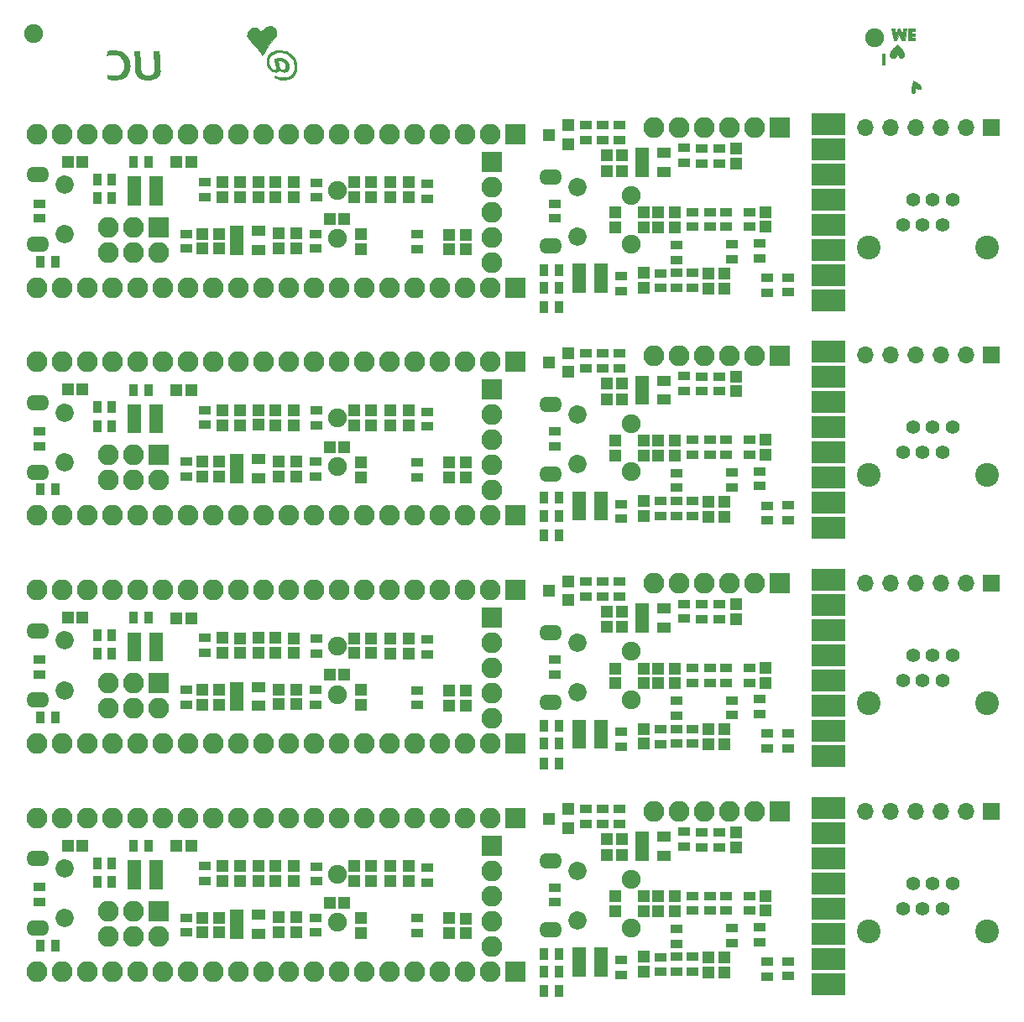
<source format=gbs>
%MOIN*%
%OFA0B0*%
%FSLAX46Y46*%
%IPPOS*%
%LPD*%
%ADD10C,0.0039370078740157488*%
%ADD11C,0.074803149606299218*%
%ADD12R,0.082677165354330714X0.082677165354330714*%
%ADD13O,0.082677165354330714X0.082677165354330714*%
%ADD14R,0.035433070866141732X0.051181102362204731*%
%ADD15R,0.047244094488188976X0.0452755905511811*%
%ADD16R,0.0452755905511811X0.047244094488188976*%
%ADD17R,0.051181102362204731X0.035433070866141732*%
%ADD18R,0.05748031496062992X0.041338582677165357*%
%ADD19C,0.072834645669291348*%
%ADD20O,0.0905511811023622X0.062992125984251982*%
%ADD31C,0.0039370078740157488*%
%ADD32C,0.074803149606299218*%
%ADD33R,0.082677165354330714X0.082677165354330714*%
%ADD34O,0.082677165354330714X0.082677165354330714*%
%ADD35R,0.035433070866141732X0.051181102362204731*%
%ADD36R,0.047244094488188976X0.0452755905511811*%
%ADD37R,0.0452755905511811X0.047244094488188976*%
%ADD38R,0.051181102362204731X0.035433070866141732*%
%ADD39R,0.05748031496062992X0.041338582677165357*%
%ADD40C,0.072834645669291348*%
%ADD41O,0.0905511811023622X0.062992125984251982*%
%ADD42C,0.0039370078740157488*%
%ADD43C,0.074803149606299218*%
%ADD44R,0.082677165354330714X0.082677165354330714*%
%ADD45O,0.082677165354330714X0.082677165354330714*%
%ADD46R,0.035433070866141732X0.051181102362204731*%
%ADD47R,0.047244094488188976X0.0452755905511811*%
%ADD48R,0.0452755905511811X0.047244094488188976*%
%ADD49R,0.051181102362204731X0.035433070866141732*%
%ADD50R,0.05748031496062992X0.041338582677165357*%
%ADD51C,0.072834645669291348*%
%ADD52O,0.0905511811023622X0.062992125984251982*%
%ADD53C,0.0039370078740157488*%
%ADD54C,0.074803149606299218*%
%ADD55R,0.082677165354330714X0.082677165354330714*%
%ADD56O,0.082677165354330714X0.082677165354330714*%
%ADD57R,0.035433070866141732X0.051181102362204731*%
%ADD58R,0.047244094488188976X0.0452755905511811*%
%ADD59R,0.0452755905511811X0.047244094488188976*%
%ADD60R,0.051181102362204731X0.035433070866141732*%
%ADD61R,0.05748031496062992X0.041338582677165357*%
%ADD62C,0.072834645669291348*%
%ADD63O,0.0905511811023622X0.062992125984251982*%
%ADD64C,0.0039370078740157488*%
%ADD65C,0.072834645669291348*%
%ADD66O,0.0905511811023622X0.062992125984251982*%
%ADD67C,0.074803149606299218*%
%ADD68R,0.051181102362204731X0.035433070866141732*%
%ADD69R,0.082677165354330714X0.082677165354330714*%
%ADD70O,0.082677165354330714X0.082677165354330714*%
%ADD71R,0.0452755905511811X0.047244094488188976*%
%ADD72R,0.05748031496062992X0.041338582677165357*%
%ADD73R,0.035433070866141732X0.051181102362204731*%
%ADD74R,0.051181102362204731X0.047244094488188976*%
%ADD75R,0.047244094488188976X0.0452755905511811*%
%ADD76C,0.0039370078740157488*%
%ADD77C,0.072834645669291348*%
%ADD78O,0.0905511811023622X0.062992125984251982*%
%ADD79C,0.074803149606299218*%
%ADD80R,0.051181102362204731X0.035433070866141732*%
%ADD81R,0.082677165354330714X0.082677165354330714*%
%ADD82O,0.082677165354330714X0.082677165354330714*%
%ADD83R,0.0452755905511811X0.047244094488188976*%
%ADD84R,0.05748031496062992X0.041338582677165357*%
%ADD85R,0.035433070866141732X0.051181102362204731*%
%ADD86R,0.051181102362204731X0.047244094488188976*%
%ADD87R,0.047244094488188976X0.0452755905511811*%
%ADD88C,0.0039370078740157488*%
%ADD89C,0.072834645669291348*%
%ADD90O,0.0905511811023622X0.062992125984251982*%
%ADD91C,0.074803149606299218*%
%ADD92R,0.051181102362204731X0.035433070866141732*%
%ADD93R,0.082677165354330714X0.082677165354330714*%
%ADD94O,0.082677165354330714X0.082677165354330714*%
%ADD95R,0.0452755905511811X0.047244094488188976*%
%ADD96R,0.05748031496062992X0.041338582677165357*%
%ADD97R,0.035433070866141732X0.051181102362204731*%
%ADD98R,0.051181102362204731X0.047244094488188976*%
%ADD99R,0.047244094488188976X0.0452755905511811*%
%ADD100C,0.0039370078740157488*%
%ADD101C,0.072834645669291348*%
%ADD102O,0.0905511811023622X0.062992125984251982*%
%ADD103C,0.074803149606299218*%
%ADD104R,0.051181102362204731X0.035433070866141732*%
%ADD105R,0.082677165354330714X0.082677165354330714*%
%ADD106O,0.082677165354330714X0.082677165354330714*%
%ADD107R,0.0452755905511811X0.047244094488188976*%
%ADD108R,0.05748031496062992X0.041338582677165357*%
%ADD109R,0.035433070866141732X0.051181102362204731*%
%ADD110R,0.051181102362204731X0.047244094488188976*%
%ADD111R,0.047244094488188976X0.0452755905511811*%
%ADD112C,0.0039370078740157488*%
%ADD113C,0.00011110236220472441*%
%ADD114C,0.074803149606299218*%
%ADD115C,0.0039370078740157488*%
%ADD116C,0.094488188976377951*%
%ADD117C,0.055118110236220472*%
%ADD118R,0.066929133858267723X0.066929133858267723*%
%ADD119O,0.066929133858267723X0.066929133858267723*%
%ADD120C,0.0039370078740157488*%
%ADD121C,0.094488188976377951*%
%ADD122C,0.055118110236220472*%
%ADD123R,0.066929133858267723X0.066929133858267723*%
%ADD124O,0.066929133858267723X0.066929133858267723*%
%ADD125C,0.0039370078740157488*%
%ADD126C,0.094488188976377951*%
%ADD127C,0.055118110236220472*%
%ADD128R,0.066929133858267723X0.066929133858267723*%
%ADD129O,0.066929133858267723X0.066929133858267723*%
%ADD130C,0.0039370078740157488*%
%ADD131C,0.094488188976377951*%
%ADD132C,0.055118110236220472*%
%ADD133R,0.066929133858267723X0.066929133858267723*%
%ADD134O,0.066929133858267723X0.066929133858267723*%
%ADD135C,0.0039370078740157488*%
%ADD136C,0.0029398031496062995*%
%ADD137C,0.00011110236220472441*%
%ADD138C,0.074803149606299218*%
G01G01*
D10*
D11*
X0000000000Y0000905511D02*
X0001268582Y0000345590D03*
X0001268582Y0000537716D03*
D12*
X0001880787Y0000650313D03*
D13*
X0001880787Y0000550314D03*
X0001880787Y0000450314D03*
X0001880787Y0000350314D03*
X0001880787Y0000250313D03*
D14*
X0000088582Y0000253936D03*
X0000147637Y0000253936D03*
D15*
X0001236299Y0000422755D03*
X0001295354Y0000422755D03*
D16*
X0001359921Y0000362519D03*
X0001359921Y0000303464D03*
X0001775669Y0000301496D03*
X0001775669Y0000360550D03*
D15*
X0000255195Y0000650708D03*
X0000196140Y0000650708D03*
X0000628425Y0000648346D03*
X0000687480Y0000648346D03*
D17*
X0000665826Y0000364094D03*
X0000665826Y0000305039D03*
D16*
X0000731968Y0000305433D03*
X0000731968Y0000364487D03*
X0000796535Y0000364094D03*
X0000796535Y0000305039D03*
D18*
X0000866220Y0000299921D03*
X0000866220Y0000337322D03*
X0000866220Y0000374724D03*
X0000952834Y0000374724D03*
X0000952834Y0000299921D03*
D16*
X0001034724Y0000365275D03*
X0001034724Y0000306220D03*
X0001103228Y0000364881D03*
X0001103228Y0000305826D03*
D17*
X0001181574Y0000364094D03*
X0001181574Y0000305039D03*
X0001582362Y0000361732D03*
X0001582362Y0000302677D03*
D16*
X0001710708Y0000302283D03*
X0001710708Y0000361338D03*
D17*
X0001623622Y0000562992D03*
X0001623622Y0000503936D03*
D16*
X0001476456Y0000508976D03*
X0001476456Y0000568031D03*
X0001401653Y0000568818D03*
X0001401653Y0000509762D03*
X0001333543Y0000568818D03*
X0001333543Y0000509762D03*
D17*
X0001184330Y0000508188D03*
X0001184330Y0000567244D03*
D16*
X0001093385Y0000509762D03*
X0001093385Y0000568818D03*
X0000810708Y0000510157D03*
X0000810708Y0000569212D03*
X0001019370Y0000510157D03*
X0001019370Y0000569212D03*
X0000878818Y0000509370D03*
X0000878818Y0000568425D03*
X0000952834Y0000510551D03*
X0000952834Y0000569606D03*
D17*
X0000739055Y0000570000D03*
X0000739055Y0000510943D03*
D14*
X0000516534Y0000649212D03*
X0000457480Y0000649212D03*
D18*
X0000546535Y0000572362D03*
X0000546535Y0000534960D03*
X0000546535Y0000497558D03*
X0000459921Y0000497558D03*
X0000459921Y0000572362D03*
X0000459921Y0000534960D03*
D14*
X0000372125Y0000505826D03*
X0000313070Y0000505826D03*
X0000372125Y0000581023D03*
X0000313070Y0000581023D03*
D17*
X0000085118Y0000484566D03*
X0000085118Y0000425511D03*
D12*
X0001974487Y0000150314D03*
D13*
X0001874488Y0000150314D03*
X0001774488Y0000150314D03*
X0001674488Y0000150314D03*
X0001574488Y0000150314D03*
X0001474488Y0000150314D03*
X0001374488Y0000150314D03*
X0001274488Y0000150314D03*
X0001174488Y0000150314D03*
X0001074488Y0000150314D03*
X0000974488Y0000150314D03*
X0000874488Y0000150314D03*
X0000774488Y0000150314D03*
X0000674488Y0000150314D03*
X0000574488Y0000150314D03*
X0000474488Y0000150314D03*
X0000374488Y0000150314D03*
X0000274488Y0000150314D03*
X0000174488Y0000150314D03*
X0000074488Y0000150314D03*
D12*
X0001974487Y0000760551D03*
D13*
X0001874488Y0000760551D03*
X0001774488Y0000760551D03*
X0001674488Y0000760551D03*
X0001574488Y0000760551D03*
X0001474488Y0000760551D03*
X0001374488Y0000760551D03*
X0001274488Y0000760551D03*
X0001174488Y0000760551D03*
X0001074488Y0000760551D03*
X0000974488Y0000760551D03*
X0000874488Y0000760551D03*
X0000774488Y0000760551D03*
X0000674488Y0000760551D03*
X0000574488Y0000760551D03*
X0000474488Y0000760551D03*
X0000374488Y0000760551D03*
X0000274488Y0000760551D03*
X0000174488Y0000760551D03*
X0000074488Y0000760551D03*
D12*
X0000555511Y0000390551D03*
D13*
X0000555511Y0000290551D03*
X0000455511Y0000390551D03*
X0000455511Y0000290551D03*
X0000355511Y0000390551D03*
X0000355511Y0000290551D03*
D16*
X0001549685Y0000508976D03*
X0001549685Y0000568031D03*
D19*
X0000183070Y0000559055D03*
X0000183070Y0000362204D03*
D20*
X0000076771Y0000598425D03*
X0000076771Y0000322834D03*
G04 next file*
G04 Gerber Fmt 4.6, Leading zero omitted, Abs format (unit mm)*
G04 Created by KiCad (PCBNEW 4.0.7) date 01/16/18 14:15:25*
G01G01*
G04 APERTURE LIST*
G04 APERTURE END LIST*
D31*
D32*
X0000000000Y0001811023D02*
X0001268582Y0001251102D03*
X0001268582Y0001443228D03*
D33*
X0001880787Y0001555826D03*
D34*
X0001880787Y0001455826D03*
X0001880787Y0001355826D03*
X0001880787Y0001255826D03*
X0001880787Y0001155826D03*
D35*
X0000088582Y0001159448D03*
X0000147637Y0001159448D03*
D36*
X0001236299Y0001328267D03*
X0001295354Y0001328267D03*
D37*
X0001359921Y0001268031D03*
X0001359921Y0001208976D03*
X0001775669Y0001207007D03*
X0001775669Y0001266062D03*
D36*
X0000255195Y0001556220D03*
X0000196140Y0001556220D03*
X0000628425Y0001553858D03*
X0000687480Y0001553858D03*
D38*
X0000665826Y0001269606D03*
X0000665826Y0001210551D03*
D37*
X0000731968Y0001210944D03*
X0000731968Y0001269999D03*
X0000796535Y0001269606D03*
X0000796535Y0001210551D03*
D39*
X0000866220Y0001205433D03*
X0000866220Y0001242834D03*
X0000866220Y0001280236D03*
X0000952834Y0001280236D03*
X0000952834Y0001205433D03*
D37*
X0001034724Y0001270787D03*
X0001034724Y0001211732D03*
X0001103228Y0001270393D03*
X0001103228Y0001211338D03*
D38*
X0001181574Y0001269606D03*
X0001181574Y0001210551D03*
X0001582362Y0001267243D03*
X0001582362Y0001208188D03*
D37*
X0001710708Y0001207795D03*
X0001710708Y0001266850D03*
D38*
X0001623622Y0001468503D03*
X0001623622Y0001409447D03*
D37*
X0001476456Y0001414488D03*
X0001476456Y0001473543D03*
X0001401653Y0001474330D03*
X0001401653Y0001415275D03*
X0001333543Y0001474330D03*
X0001333543Y0001415275D03*
D38*
X0001184330Y0001413700D03*
X0001184330Y0001472754D03*
D37*
X0001093385Y0001415275D03*
X0001093385Y0001474330D03*
X0000810708Y0001415669D03*
X0000810708Y0001474724D03*
X0001019370Y0001415669D03*
X0001019370Y0001474724D03*
X0000878818Y0001414881D03*
X0000878818Y0001473937D03*
X0000952834Y0001416061D03*
X0000952834Y0001475118D03*
D38*
X0000739055Y0001475510D03*
X0000739055Y0001416456D03*
D35*
X0000516534Y0001554723D03*
X0000457480Y0001554723D03*
D39*
X0000546535Y0001477874D03*
X0000546535Y0001440472D03*
X0000546535Y0001403070D03*
X0000459921Y0001403070D03*
X0000459921Y0001477874D03*
X0000459921Y0001440472D03*
D35*
X0000372125Y0001411338D03*
X0000313070Y0001411338D03*
X0000372125Y0001486535D03*
X0000313070Y0001486535D03*
D38*
X0000085118Y0001390077D03*
X0000085118Y0001331023D03*
D33*
X0001974487Y0001055826D03*
D34*
X0001874488Y0001055826D03*
X0001774488Y0001055826D03*
X0001674488Y0001055826D03*
X0001574488Y0001055826D03*
X0001474488Y0001055826D03*
X0001374488Y0001055826D03*
X0001274488Y0001055826D03*
X0001174488Y0001055826D03*
X0001074488Y0001055826D03*
X0000974488Y0001055826D03*
X0000874488Y0001055826D03*
X0000774488Y0001055826D03*
X0000674488Y0001055826D03*
X0000574488Y0001055826D03*
X0000474488Y0001055826D03*
X0000374488Y0001055826D03*
X0000274488Y0001055826D03*
X0000174488Y0001055826D03*
X0000074488Y0001055826D03*
D33*
X0001974487Y0001666062D03*
D34*
X0001874488Y0001666062D03*
X0001774488Y0001666062D03*
X0001674488Y0001666062D03*
X0001574488Y0001666062D03*
X0001474488Y0001666062D03*
X0001374488Y0001666062D03*
X0001274488Y0001666062D03*
X0001174488Y0001666062D03*
X0001074488Y0001666062D03*
X0000974488Y0001666062D03*
X0000874488Y0001666062D03*
X0000774488Y0001666062D03*
X0000674488Y0001666062D03*
X0000574488Y0001666062D03*
X0000474488Y0001666062D03*
X0000374488Y0001666062D03*
X0000274488Y0001666062D03*
X0000174488Y0001666062D03*
X0000074488Y0001666062D03*
D33*
X0000555511Y0001296062D03*
D34*
X0000555511Y0001196062D03*
X0000455511Y0001296062D03*
X0000455511Y0001196062D03*
X0000355511Y0001296062D03*
X0000355511Y0001196062D03*
D37*
X0001549685Y0001414488D03*
X0001549685Y0001473543D03*
D40*
X0000183070Y0001464566D03*
X0000183070Y0001267716D03*
D41*
X0000076771Y0001503937D03*
X0000076771Y0001228346D03*
G04 next file*
G04 Gerber Fmt 4.6, Leading zero omitted, Abs format (unit mm)*
G04 Created by KiCad (PCBNEW 4.0.7) date 01/16/18 14:15:25*
G01G01*
G04 APERTURE LIST*
G04 APERTURE END LIST*
D42*
D43*
X0000000000Y0002716535D02*
X0001268582Y0002156614D03*
X0001268582Y0002348740D03*
D44*
X0001880787Y0002461338D03*
D45*
X0001880787Y0002361338D03*
X0001880787Y0002261338D03*
X0001880787Y0002161338D03*
X0001880787Y0002061338D03*
D46*
X0000088582Y0002064960D03*
X0000147637Y0002064960D03*
D47*
X0001236299Y0002233779D03*
X0001295354Y0002233779D03*
D48*
X0001359921Y0002173543D03*
X0001359921Y0002114488D03*
X0001775669Y0002112519D03*
X0001775669Y0002171574D03*
D47*
X0000255195Y0002461732D03*
X0000196140Y0002461732D03*
X0000628425Y0002459370D03*
X0000687480Y0002459370D03*
D49*
X0000665826Y0002175118D03*
X0000665826Y0002116062D03*
D48*
X0000731968Y0002116456D03*
X0000731968Y0002175511D03*
X0000796535Y0002175118D03*
X0000796535Y0002116062D03*
D50*
X0000866220Y0002110944D03*
X0000866220Y0002148346D03*
X0000866220Y0002185748D03*
X0000952834Y0002185748D03*
X0000952834Y0002110944D03*
D48*
X0001034724Y0002176299D03*
X0001034724Y0002117244D03*
X0001103228Y0002175905D03*
X0001103228Y0002116850D03*
D49*
X0001181574Y0002175118D03*
X0001181574Y0002116062D03*
X0001582362Y0002172755D03*
X0001582362Y0002113700D03*
D48*
X0001710708Y0002113307D03*
X0001710708Y0002172362D03*
D49*
X0001623622Y0002374015D03*
X0001623622Y0002314960D03*
D48*
X0001476456Y0002320000D03*
X0001476456Y0002379055D03*
X0001401653Y0002379842D03*
X0001401653Y0002320787D03*
X0001333543Y0002379842D03*
X0001333543Y0002320787D03*
D49*
X0001184330Y0002319212D03*
X0001184330Y0002378267D03*
D48*
X0001093385Y0002320787D03*
X0001093385Y0002379842D03*
X0000810708Y0002321181D03*
X0000810708Y0002380236D03*
X0001019370Y0002321181D03*
X0001019370Y0002380236D03*
X0000878818Y0002320393D03*
X0000878818Y0002379448D03*
X0000952834Y0002321574D03*
X0000952834Y0002380629D03*
D49*
X0000739055Y0002381023D03*
X0000739055Y0002321968D03*
D46*
X0000516534Y0002460236D03*
X0000457480Y0002460236D03*
D50*
X0000546535Y0002383385D03*
X0000546535Y0002345984D03*
X0000546535Y0002308582D03*
X0000459921Y0002308582D03*
X0000459921Y0002383385D03*
X0000459921Y0002345984D03*
D46*
X0000372125Y0002316850D03*
X0000313070Y0002316850D03*
X0000372125Y0002392047D03*
X0000313070Y0002392047D03*
D49*
X0000085118Y0002295590D03*
X0000085118Y0002236535D03*
D44*
X0001974487Y0001961338D03*
D45*
X0001874488Y0001961338D03*
X0001774488Y0001961338D03*
X0001674488Y0001961338D03*
X0001574488Y0001961338D03*
X0001474488Y0001961338D03*
X0001374488Y0001961338D03*
X0001274488Y0001961338D03*
X0001174488Y0001961338D03*
X0001074488Y0001961338D03*
X0000974488Y0001961338D03*
X0000874488Y0001961338D03*
X0000774488Y0001961338D03*
X0000674488Y0001961338D03*
X0000574488Y0001961338D03*
X0000474488Y0001961338D03*
X0000374488Y0001961338D03*
X0000274488Y0001961338D03*
X0000174488Y0001961338D03*
X0000074488Y0001961338D03*
D44*
X0001974487Y0002571574D03*
D45*
X0001874488Y0002571574D03*
X0001774488Y0002571574D03*
X0001674488Y0002571574D03*
X0001574488Y0002571574D03*
X0001474488Y0002571574D03*
X0001374488Y0002571574D03*
X0001274488Y0002571574D03*
X0001174488Y0002571574D03*
X0001074488Y0002571574D03*
X0000974488Y0002571574D03*
X0000874488Y0002571574D03*
X0000774488Y0002571574D03*
X0000674488Y0002571574D03*
X0000574488Y0002571574D03*
X0000474488Y0002571574D03*
X0000374488Y0002571574D03*
X0000274488Y0002571574D03*
X0000174488Y0002571574D03*
X0000074488Y0002571574D03*
D44*
X0000555511Y0002201574D03*
D45*
X0000555511Y0002101574D03*
X0000455511Y0002201574D03*
X0000455511Y0002101574D03*
X0000355511Y0002201574D03*
X0000355511Y0002101574D03*
D48*
X0001549685Y0002320000D03*
X0001549685Y0002379055D03*
D51*
X0000183070Y0002370078D03*
X0000183070Y0002173228D03*
D52*
X0000076771Y0002409448D03*
X0000076771Y0002133858D03*
G04 next file*
G04 Gerber Fmt 4.6, Leading zero omitted, Abs format (unit mm)*
G04 Created by KiCad (PCBNEW 4.0.7) date 01/16/18 14:15:25*
G01G01*
G04 APERTURE LIST*
G04 APERTURE END LIST*
D53*
D54*
X0000000000Y0003622047D02*
X0001268582Y0003062125D03*
X0001268582Y0003254251D03*
D55*
X0001880787Y0003366850D03*
D56*
X0001880787Y0003266850D03*
X0001880787Y0003166850D03*
X0001880787Y0003066850D03*
X0001880787Y0002966850D03*
D57*
X0000088582Y0002970472D03*
X0000147637Y0002970472D03*
D58*
X0001236299Y0003139291D03*
X0001295354Y0003139291D03*
D59*
X0001359921Y0003079055D03*
X0001359921Y0003020000D03*
X0001775669Y0003018031D03*
X0001775669Y0003077085D03*
D58*
X0000255195Y0003367244D03*
X0000196140Y0003367244D03*
X0000628425Y0003364881D03*
X0000687480Y0003364881D03*
D60*
X0000665826Y0003080629D03*
X0000665826Y0003021574D03*
D59*
X0000731968Y0003021968D03*
X0000731968Y0003081023D03*
X0000796535Y0003080629D03*
X0000796535Y0003021574D03*
D61*
X0000866220Y0003016456D03*
X0000866220Y0003053858D03*
X0000866220Y0003091259D03*
X0000952834Y0003091259D03*
X0000952834Y0003016456D03*
D59*
X0001034724Y0003081811D03*
X0001034724Y0003022755D03*
X0001103228Y0003081417D03*
X0001103228Y0003022362D03*
D60*
X0001181574Y0003080629D03*
X0001181574Y0003021574D03*
X0001582362Y0003078267D03*
X0001582362Y0003019212D03*
D59*
X0001710708Y0003018818D03*
X0001710708Y0003077874D03*
D60*
X0001623622Y0003279527D03*
X0001623622Y0003220472D03*
D59*
X0001476456Y0003225511D03*
X0001476456Y0003284566D03*
X0001401653Y0003285354D03*
X0001401653Y0003226299D03*
X0001333543Y0003285354D03*
X0001333543Y0003226299D03*
D60*
X0001184330Y0003224723D03*
X0001184330Y0003283779D03*
D59*
X0001093385Y0003226299D03*
X0001093385Y0003285354D03*
X0000810708Y0003226692D03*
X0000810708Y0003285748D03*
X0001019370Y0003226692D03*
X0001019370Y0003285748D03*
X0000878818Y0003225905D03*
X0000878818Y0003284959D03*
X0000952834Y0003227086D03*
X0000952834Y0003286141D03*
D60*
X0000739055Y0003286534D03*
X0000739055Y0003227479D03*
D57*
X0000516534Y0003365748D03*
X0000457480Y0003365748D03*
D61*
X0000546535Y0003288897D03*
X0000546535Y0003251496D03*
X0000546535Y0003214094D03*
X0000459921Y0003214094D03*
X0000459921Y0003288897D03*
X0000459921Y0003251496D03*
D57*
X0000372125Y0003222362D03*
X0000313070Y0003222362D03*
X0000372125Y0003297559D03*
X0000313070Y0003297559D03*
D60*
X0000085118Y0003201102D03*
X0000085118Y0003142047D03*
D55*
X0001974487Y0002866850D03*
D56*
X0001874488Y0002866850D03*
X0001774488Y0002866850D03*
X0001674488Y0002866850D03*
X0001574488Y0002866850D03*
X0001474488Y0002866850D03*
X0001374488Y0002866850D03*
X0001274488Y0002866850D03*
X0001174488Y0002866850D03*
X0001074488Y0002866850D03*
X0000974488Y0002866850D03*
X0000874488Y0002866850D03*
X0000774488Y0002866850D03*
X0000674488Y0002866850D03*
X0000574488Y0002866850D03*
X0000474488Y0002866850D03*
X0000374488Y0002866850D03*
X0000274488Y0002866850D03*
X0000174488Y0002866850D03*
X0000074488Y0002866850D03*
D55*
X0001974487Y0003477085D03*
D56*
X0001874488Y0003477085D03*
X0001774488Y0003477085D03*
X0001674488Y0003477085D03*
X0001574488Y0003477085D03*
X0001474488Y0003477085D03*
X0001374488Y0003477085D03*
X0001274488Y0003477085D03*
X0001174488Y0003477085D03*
X0001074488Y0003477085D03*
X0000974488Y0003477085D03*
X0000874488Y0003477085D03*
X0000774488Y0003477085D03*
X0000674488Y0003477085D03*
X0000574488Y0003477085D03*
X0000474488Y0003477085D03*
X0000374488Y0003477085D03*
X0000274488Y0003477085D03*
X0000174488Y0003477085D03*
X0000074488Y0003477085D03*
D55*
X0000555511Y0003107086D03*
D56*
X0000555511Y0003007086D03*
X0000455511Y0003107086D03*
X0000455511Y0003007086D03*
X0000355511Y0003107086D03*
X0000355511Y0003007086D03*
D59*
X0001549685Y0003225511D03*
X0001549685Y0003284566D03*
D62*
X0000183070Y0003275590D03*
X0000183070Y0003078739D03*
D63*
X0000076771Y0003314960D03*
X0000076771Y0003039370D03*
G04 next file*
G04 Gerber Fmt 4.6, Leading zero omitted, Abs format (unit mm)*
G04 Created by KiCad (PCBNEW 4.0.7) date 02/10/18 00:31:40*
G01G01*
G04 APERTURE LIST*
G04 APERTURE END LIST*
D64*
D65*
X0002047244Y0000905511D02*
X0002220472Y0000551181D03*
X0002220472Y0000354330D03*
D66*
X0002114173Y0000590551D03*
X0002114173Y0000314960D03*
D67*
X0002433015Y0000324314D03*
X0002433015Y0000516440D03*
D68*
X0002612795Y0000319291D03*
X0002612795Y0000260236D03*
X0002944881Y0000267322D03*
X0002944881Y0000326377D03*
X0002835433Y0000322047D03*
X0002835433Y0000262992D03*
D64*
G36*
X0003283464Y0000843700D02*
X0003283464Y0000757086D01*
X0003149606Y0000757086D01*
X0003149606Y0000843700D01*
X0003283464Y0000843700D01*
X0003283464Y0000843700D01*
G37*
G36*
X0003283464Y0000743700D02*
X0003283464Y0000657086D01*
X0003149606Y0000657086D01*
X0003149606Y0000743700D01*
X0003283464Y0000743700D01*
X0003283464Y0000743700D01*
G37*
G36*
X0003283464Y0000643699D02*
X0003283464Y0000557086D01*
X0003149606Y0000557086D01*
X0003149606Y0000643699D01*
X0003283464Y0000643699D01*
X0003283464Y0000643699D01*
G37*
G36*
X0003283464Y0000543700D02*
X0003283464Y0000457085D01*
X0003149606Y0000457085D01*
X0003149606Y0000543700D01*
X0003283464Y0000543700D01*
X0003283464Y0000543700D01*
G37*
G36*
X0003283464Y0000443700D02*
X0003283464Y0000357086D01*
X0003149606Y0000357086D01*
X0003149606Y0000443700D01*
X0003283464Y0000443700D01*
X0003283464Y0000443700D01*
G37*
G36*
X0003283464Y0000343700D02*
X0003283464Y0000257085D01*
X0003149606Y0000257085D01*
X0003149606Y0000343700D01*
X0003283464Y0000343700D01*
X0003283464Y0000343700D01*
G37*
G36*
X0003283464Y0000243700D02*
X0003283464Y0000157086D01*
X0003149606Y0000157086D01*
X0003149606Y0000243700D01*
X0003283464Y0000243700D01*
X0003283464Y0000243700D01*
G37*
G36*
X0003283464Y0000143700D02*
X0003283464Y0000057086D01*
X0003149606Y0000057086D01*
X0003149606Y0000143700D01*
X0003283464Y0000143700D01*
X0003283464Y0000143700D01*
G37*
D69*
X0003025014Y0000786314D03*
D70*
X0002925015Y0000786314D03*
X0002825015Y0000786314D03*
X0002725015Y0000786314D03*
X0002625014Y0000786314D03*
X0002525015Y0000786314D03*
D68*
X0002715354Y0000643699D03*
X0002715354Y0000702755D03*
X0002678015Y0000392125D03*
X0002678015Y0000451181D03*
D71*
X0002740944Y0000205905D03*
X0002740944Y0000146850D03*
X0002967015Y0000392125D03*
X0002967015Y0000451181D03*
X0002850393Y0000643699D03*
X0002850393Y0000702755D03*
X0002606015Y0000389787D03*
X0002606015Y0000448842D03*
D68*
X0002392519Y0000137795D03*
X0002392519Y0000196850D03*
X0003058303Y0000191095D03*
X0003058303Y0000132041D03*
X0002973370Y0000130826D03*
X0002973370Y0000189880D03*
D72*
X0002227165Y0000150787D03*
X0002227165Y0000188188D03*
X0002227165Y0000225590D03*
X0002313779Y0000225590D03*
X0002313779Y0000150787D03*
X0002313779Y0000188188D03*
D68*
X0002783070Y0000702755D03*
X0002783070Y0000643699D03*
X0002746015Y0000451181D03*
X0002746015Y0000392125D03*
X0002811015Y0000392125D03*
X0002811015Y0000451181D03*
X0002902755Y0000451181D03*
X0002902755Y0000392125D03*
X0002387251Y0000794748D03*
X0002387251Y0000735692D03*
X0002644881Y0000705511D03*
X0002644881Y0000646456D03*
X0002255251Y0000735692D03*
X0002255251Y0000794748D03*
X0002321251Y0000794748D03*
X0002321251Y0000735692D03*
X0002129133Y0000484251D03*
X0002129133Y0000425196D03*
D73*
X0002145669Y0000071850D03*
X0002086614Y0000071850D03*
X0002145669Y0000220471D03*
X0002086614Y0000220471D03*
X0002145669Y0000149606D03*
X0002086614Y0000149606D03*
D68*
X0002612795Y0000208251D03*
X0002612795Y0000149196D03*
X0002675795Y0000208251D03*
X0002675795Y0000149196D03*
X0002550794Y0000207251D03*
X0002550794Y0000148196D03*
D74*
X0002185039Y0000795275D03*
X0002185039Y0000720472D03*
X0002106299Y0000757874D03*
D71*
X0002538976Y0000389369D03*
X0002538976Y0000448424D03*
D75*
X0002397346Y0000675684D03*
X0002338291Y0000675684D03*
D71*
X0002484645Y0000448818D03*
X0002484645Y0000389763D03*
X0002372047Y0000389369D03*
X0002372047Y0000448424D03*
X0002484795Y0000149196D03*
X0002484795Y0000208251D03*
X0002804724Y0000205905D03*
X0002804724Y0000146850D03*
D75*
X0002397346Y0000612685D03*
X0002338291Y0000612685D03*
D72*
X0002475590Y0000611023D03*
X0002475590Y0000648425D03*
X0002475590Y0000685826D03*
X0002562204Y0000685826D03*
X0002562204Y0000611023D03*
G04 next file*
G04 Gerber Fmt 4.6, Leading zero omitted, Abs format (unit mm)*
G04 Created by KiCad (PCBNEW 4.0.7) date 02/10/18 00:31:40*
G01G01*
G04 APERTURE LIST*
G04 APERTURE END LIST*
D76*
D77*
X0002047244Y0001811023D02*
X0002220472Y0001456692D03*
X0002220472Y0001259842D03*
D78*
X0002114173Y0001496062D03*
X0002114173Y0001220472D03*
D79*
X0002433015Y0001229826D03*
X0002433015Y0001421952D03*
D80*
X0002612795Y0001224803D03*
X0002612795Y0001165748D03*
X0002944881Y0001172834D03*
X0002944881Y0001231889D03*
X0002835433Y0001227559D03*
X0002835433Y0001168503D03*
D76*
G36*
X0003283464Y0001749212D02*
X0003283464Y0001662598D01*
X0003149606Y0001662598D01*
X0003149606Y0001749212D01*
X0003283464Y0001749212D01*
X0003283464Y0001749212D01*
G37*
G36*
X0003283464Y0001649212D02*
X0003283464Y0001562598D01*
X0003149606Y0001562598D01*
X0003149606Y0001649212D01*
X0003283464Y0001649212D01*
X0003283464Y0001649212D01*
G37*
G36*
X0003283464Y0001549212D02*
X0003283464Y0001462598D01*
X0003149606Y0001462598D01*
X0003149606Y0001549212D01*
X0003283464Y0001549212D01*
X0003283464Y0001549212D01*
G37*
G36*
X0003283464Y0001449212D02*
X0003283464Y0001362597D01*
X0003149606Y0001362597D01*
X0003149606Y0001449212D01*
X0003283464Y0001449212D01*
X0003283464Y0001449212D01*
G37*
G36*
X0003283464Y0001349212D02*
X0003283464Y0001262598D01*
X0003149606Y0001262598D01*
X0003149606Y0001349212D01*
X0003283464Y0001349212D01*
X0003283464Y0001349212D01*
G37*
G36*
X0003283464Y0001249212D02*
X0003283464Y0001162598D01*
X0003149606Y0001162598D01*
X0003149606Y0001249212D01*
X0003283464Y0001249212D01*
X0003283464Y0001249212D01*
G37*
G36*
X0003283464Y0001149212D02*
X0003283464Y0001062598D01*
X0003149606Y0001062598D01*
X0003149606Y0001149212D01*
X0003283464Y0001149212D01*
X0003283464Y0001149212D01*
G37*
G36*
X0003283464Y0001049212D02*
X0003283464Y0000962598D01*
X0003149606Y0000962598D01*
X0003149606Y0001049212D01*
X0003283464Y0001049212D01*
X0003283464Y0001049212D01*
G37*
D81*
X0003025014Y0001691826D03*
D82*
X0002925015Y0001691826D03*
X0002825015Y0001691826D03*
X0002725015Y0001691826D03*
X0002625014Y0001691826D03*
X0002525015Y0001691826D03*
D80*
X0002715354Y0001549212D03*
X0002715354Y0001608267D03*
X0002678015Y0001297637D03*
X0002678015Y0001356692D03*
D83*
X0002740944Y0001111417D03*
X0002740944Y0001052362D03*
X0002967015Y0001297637D03*
X0002967015Y0001356692D03*
X0002850393Y0001549212D03*
X0002850393Y0001608267D03*
X0002606015Y0001295299D03*
X0002606015Y0001354354D03*
D80*
X0002392519Y0001043307D03*
X0002392519Y0001102362D03*
X0003058303Y0001096608D03*
X0003058303Y0001037553D03*
X0002973370Y0001036338D03*
X0002973370Y0001095393D03*
D84*
X0002227165Y0001056299D03*
X0002227165Y0001093700D03*
X0002227165Y0001131102D03*
X0002313779Y0001131102D03*
X0002313779Y0001056299D03*
X0002313779Y0001093700D03*
D80*
X0002783070Y0001608267D03*
X0002783070Y0001549212D03*
X0002746015Y0001356692D03*
X0002746015Y0001297637D03*
X0002811015Y0001297637D03*
X0002811015Y0001356692D03*
X0002902755Y0001356692D03*
X0002902755Y0001297637D03*
X0002387251Y0001700259D03*
X0002387251Y0001641204D03*
X0002644881Y0001611023D03*
X0002644881Y0001551968D03*
X0002255251Y0001641204D03*
X0002255251Y0001700259D03*
X0002321251Y0001700259D03*
X0002321251Y0001641204D03*
X0002129133Y0001389763D03*
X0002129133Y0001330708D03*
D85*
X0002145669Y0000977362D03*
X0002086614Y0000977362D03*
X0002145669Y0001125984D03*
X0002086614Y0001125984D03*
X0002145669Y0001055118D03*
X0002086614Y0001055118D03*
D80*
X0002612795Y0001113763D03*
X0002612795Y0001054708D03*
X0002675795Y0001113763D03*
X0002675795Y0001054708D03*
X0002550794Y0001112763D03*
X0002550794Y0001053708D03*
D86*
X0002185039Y0001700787D03*
X0002185039Y0001625984D03*
X0002106299Y0001663385D03*
D83*
X0002538976Y0001294881D03*
X0002538976Y0001353937D03*
D87*
X0002397346Y0001581196D03*
X0002338291Y0001581196D03*
D83*
X0002484645Y0001354330D03*
X0002484645Y0001295274D03*
X0002372047Y0001294881D03*
X0002372047Y0001353937D03*
X0002484795Y0001054708D03*
X0002484795Y0001113763D03*
X0002804724Y0001111417D03*
X0002804724Y0001052362D03*
D87*
X0002397346Y0001518196D03*
X0002338291Y0001518196D03*
D84*
X0002475590Y0001516535D03*
X0002475590Y0001553937D03*
X0002475590Y0001591337D03*
X0002562204Y0001591337D03*
X0002562204Y0001516535D03*
G04 next file*
G04 Gerber Fmt 4.6, Leading zero omitted, Abs format (unit mm)*
G04 Created by KiCad (PCBNEW 4.0.7) date 02/10/18 00:31:40*
G01G01*
G04 APERTURE LIST*
G04 APERTURE END LIST*
D88*
D89*
X0002047244Y0003622047D02*
X0002220472Y0003267716D03*
X0002220472Y0003070866D03*
D90*
X0002114173Y0003307085D03*
X0002114173Y0003031496D03*
D91*
X0002433015Y0003040850D03*
X0002433015Y0003232976D03*
D92*
X0002612795Y0003035826D03*
X0002612795Y0002976771D03*
X0002944881Y0002983858D03*
X0002944881Y0003042913D03*
X0002835433Y0003038582D03*
X0002835433Y0002979527D03*
D88*
G36*
X0003283464Y0003560236D02*
X0003283464Y0003473622D01*
X0003149606Y0003473622D01*
X0003149606Y0003560236D01*
X0003283464Y0003560236D01*
X0003283464Y0003560236D01*
G37*
G36*
X0003283464Y0003460236D02*
X0003283464Y0003373622D01*
X0003149606Y0003373622D01*
X0003149606Y0003460236D01*
X0003283464Y0003460236D01*
X0003283464Y0003460236D01*
G37*
G36*
X0003283464Y0003360236D02*
X0003283464Y0003273622D01*
X0003149606Y0003273622D01*
X0003149606Y0003360236D01*
X0003283464Y0003360236D01*
X0003283464Y0003360236D01*
G37*
G36*
X0003283464Y0003260236D02*
X0003283464Y0003173622D01*
X0003149606Y0003173622D01*
X0003149606Y0003260236D01*
X0003283464Y0003260236D01*
X0003283464Y0003260236D01*
G37*
G36*
X0003283464Y0003160236D02*
X0003283464Y0003073622D01*
X0003149606Y0003073622D01*
X0003149606Y0003160236D01*
X0003283464Y0003160236D01*
X0003283464Y0003160236D01*
G37*
G36*
X0003283464Y0003060236D02*
X0003283464Y0002973622D01*
X0003149606Y0002973622D01*
X0003149606Y0003060236D01*
X0003283464Y0003060236D01*
X0003283464Y0003060236D01*
G37*
G36*
X0003283464Y0002960236D02*
X0003283464Y0002873622D01*
X0003149606Y0002873622D01*
X0003149606Y0002960236D01*
X0003283464Y0002960236D01*
X0003283464Y0002960236D01*
G37*
G36*
X0003283464Y0002860236D02*
X0003283464Y0002773622D01*
X0003149606Y0002773622D01*
X0003149606Y0002860236D01*
X0003283464Y0002860236D01*
X0003283464Y0002860236D01*
G37*
D93*
X0003025014Y0003502850D03*
D94*
X0002925015Y0003502850D03*
X0002825015Y0003502850D03*
X0002725015Y0003502850D03*
X0002625014Y0003502850D03*
X0002525015Y0003502850D03*
D92*
X0002715354Y0003360236D03*
X0002715354Y0003419291D03*
X0002678015Y0003108661D03*
X0002678015Y0003167716D03*
D95*
X0002740944Y0002922440D03*
X0002740944Y0002863385D03*
X0002967015Y0003108661D03*
X0002967015Y0003167716D03*
X0002850393Y0003360236D03*
X0002850393Y0003419291D03*
X0002606015Y0003106322D03*
X0002606015Y0003165377D03*
D92*
X0002392519Y0002854330D03*
X0002392519Y0002913385D03*
X0003058303Y0002907630D03*
X0003058303Y0002848576D03*
X0002973370Y0002847362D03*
X0002973370Y0002906417D03*
D96*
X0002227165Y0002867322D03*
X0002227165Y0002904724D03*
X0002227165Y0002942125D03*
X0002313779Y0002942125D03*
X0002313779Y0002867322D03*
X0002313779Y0002904724D03*
D92*
X0002783070Y0003419291D03*
X0002783070Y0003360236D03*
X0002746015Y0003167716D03*
X0002746015Y0003108661D03*
X0002811015Y0003108661D03*
X0002811015Y0003167716D03*
X0002902755Y0003167716D03*
X0002902755Y0003108661D03*
X0002387251Y0003511283D03*
X0002387251Y0003452228D03*
X0002644881Y0003422047D03*
X0002644881Y0003362992D03*
X0002255251Y0003452228D03*
X0002255251Y0003511283D03*
X0002321251Y0003511283D03*
X0002321251Y0003452228D03*
X0002129133Y0003200787D03*
X0002129133Y0003141732D03*
D97*
X0002145669Y0002788385D03*
X0002086614Y0002788385D03*
X0002145669Y0002937007D03*
X0002086614Y0002937007D03*
X0002145669Y0002866141D03*
X0002086614Y0002866141D03*
D92*
X0002612795Y0002924787D03*
X0002612795Y0002865732D03*
X0002675795Y0002924787D03*
X0002675795Y0002865732D03*
X0002550794Y0002923787D03*
X0002550794Y0002864732D03*
D98*
X0002185039Y0003511811D03*
X0002185039Y0003437007D03*
X0002106299Y0003474409D03*
D95*
X0002538976Y0003105905D03*
X0002538976Y0003164960D03*
D99*
X0002397346Y0003392220D03*
X0002338291Y0003392220D03*
D95*
X0002484645Y0003165354D03*
X0002484645Y0003106299D03*
X0002372047Y0003105905D03*
X0002372047Y0003164960D03*
X0002484795Y0002865732D03*
X0002484795Y0002924787D03*
X0002804724Y0002922440D03*
X0002804724Y0002863385D03*
D99*
X0002397346Y0003329220D03*
X0002338291Y0003329220D03*
D96*
X0002475590Y0003327559D03*
X0002475590Y0003364960D03*
X0002475590Y0003402362D03*
X0002562204Y0003402362D03*
X0002562204Y0003327559D03*
G04 next file*
G04 Gerber Fmt 4.6, Leading zero omitted, Abs format (unit mm)*
G04 Created by KiCad (PCBNEW 4.0.7) date 02/10/18 00:31:40*
G01G01*
G04 APERTURE LIST*
G04 APERTURE END LIST*
D100*
D101*
X0002047244Y0002716535D02*
X0002220472Y0002362204D03*
X0002220472Y0002165354D03*
D102*
X0002114173Y0002401574D03*
X0002114173Y0002125984D03*
D103*
X0002433015Y0002135338D03*
X0002433015Y0002327464D03*
D104*
X0002612795Y0002130314D03*
X0002612795Y0002071259D03*
X0002944881Y0002078345D03*
X0002944881Y0002137401D03*
X0002835433Y0002133070D03*
X0002835433Y0002074015D03*
D100*
G36*
X0003283464Y0002654724D02*
X0003283464Y0002568110D01*
X0003149606Y0002568110D01*
X0003149606Y0002654724D01*
X0003283464Y0002654724D01*
X0003283464Y0002654724D01*
G37*
G36*
X0003283464Y0002554724D02*
X0003283464Y0002468110D01*
X0003149606Y0002468110D01*
X0003149606Y0002554724D01*
X0003283464Y0002554724D01*
X0003283464Y0002554724D01*
G37*
G36*
X0003283464Y0002454724D02*
X0003283464Y0002368110D01*
X0003149606Y0002368110D01*
X0003149606Y0002454724D01*
X0003283464Y0002454724D01*
X0003283464Y0002454724D01*
G37*
G36*
X0003283464Y0002354724D02*
X0003283464Y0002268110D01*
X0003149606Y0002268110D01*
X0003149606Y0002354724D01*
X0003283464Y0002354724D01*
X0003283464Y0002354724D01*
G37*
G36*
X0003283464Y0002254724D02*
X0003283464Y0002168110D01*
X0003149606Y0002168110D01*
X0003149606Y0002254724D01*
X0003283464Y0002254724D01*
X0003283464Y0002254724D01*
G37*
G36*
X0003283464Y0002154724D02*
X0003283464Y0002068110D01*
X0003149606Y0002068110D01*
X0003149606Y0002154724D01*
X0003283464Y0002154724D01*
X0003283464Y0002154724D01*
G37*
G36*
X0003283464Y0002054724D02*
X0003283464Y0001968110D01*
X0003149606Y0001968110D01*
X0003149606Y0002054724D01*
X0003283464Y0002054724D01*
X0003283464Y0002054724D01*
G37*
G36*
X0003283464Y0001954724D02*
X0003283464Y0001868110D01*
X0003149606Y0001868110D01*
X0003149606Y0001954724D01*
X0003283464Y0001954724D01*
X0003283464Y0001954724D01*
G37*
D105*
X0003025014Y0002597338D03*
D106*
X0002925015Y0002597338D03*
X0002825015Y0002597338D03*
X0002725015Y0002597338D03*
X0002625014Y0002597338D03*
X0002525015Y0002597338D03*
D104*
X0002715354Y0002454724D03*
X0002715354Y0002513779D03*
X0002678015Y0002203149D03*
X0002678015Y0002262204D03*
D107*
X0002740944Y0002016929D03*
X0002740944Y0001957874D03*
X0002967015Y0002203149D03*
X0002967015Y0002262204D03*
X0002850393Y0002454724D03*
X0002850393Y0002513779D03*
X0002606015Y0002200811D03*
X0002606015Y0002259866D03*
D104*
X0002392519Y0001948818D03*
X0002392519Y0002007874D03*
X0003058303Y0002002120D03*
X0003058303Y0001943064D03*
X0002973370Y0001941850D03*
X0002973370Y0002000905D03*
D108*
X0002227165Y0001961811D03*
X0002227165Y0001999211D03*
X0002227165Y0002036614D03*
X0002313779Y0002036614D03*
X0002313779Y0001961811D03*
X0002313779Y0001999211D03*
D104*
X0002783070Y0002513779D03*
X0002783070Y0002454724D03*
X0002746015Y0002262204D03*
X0002746015Y0002203149D03*
X0002811015Y0002203149D03*
X0002811015Y0002262204D03*
X0002902755Y0002262204D03*
X0002902755Y0002203149D03*
X0002387251Y0002605771D03*
X0002387251Y0002546716D03*
X0002644881Y0002516535D03*
X0002644881Y0002457480D03*
X0002255251Y0002546716D03*
X0002255251Y0002605771D03*
X0002321251Y0002605771D03*
X0002321251Y0002546716D03*
X0002129133Y0002295275D03*
X0002129133Y0002236220D03*
D109*
X0002145669Y0001882874D03*
X0002086614Y0001882874D03*
X0002145669Y0002031496D03*
X0002086614Y0002031496D03*
X0002145669Y0001960629D03*
X0002086614Y0001960629D03*
D104*
X0002612795Y0002019275D03*
X0002612795Y0001960220D03*
X0002675795Y0002019275D03*
X0002675795Y0001960220D03*
X0002550794Y0002018275D03*
X0002550794Y0001959220D03*
D110*
X0002185039Y0002606299D03*
X0002185039Y0002531496D03*
X0002106299Y0002568896D03*
D107*
X0002538976Y0002200393D03*
X0002538976Y0002259448D03*
D111*
X0002397346Y0002486708D03*
X0002338291Y0002486708D03*
D107*
X0002484645Y0002259842D03*
X0002484645Y0002200787D03*
X0002372047Y0002200393D03*
X0002372047Y0002259448D03*
X0002484795Y0001960220D03*
X0002484795Y0002019275D03*
X0002804724Y0002016929D03*
X0002804724Y0001957874D03*
D111*
X0002397346Y0002423708D03*
X0002338291Y0002423708D03*
D108*
X0002475590Y0002422047D03*
X0002475590Y0002459448D03*
X0002475590Y0002496850D03*
X0002562204Y0002496850D03*
X0002562204Y0002422047D03*
G04 next file*
G04 Gerber Fmt 4.6, Leading zero omitted, Abs format (unit mm)*
G04 Created by KiCad (PCBNEW 4.0.7) date 12/02/17 01:49:37*
G01G01*
G04 APERTURE LIST*
G04 APERTURE END LIST*
D112*
G36*
X0001016486Y0003776193D02*
X0001034081Y0003765597D01*
X0001040799Y0003766439D01*
X0001046616Y0003765723D01*
X0001051756Y0003763578D01*
X0001055975Y0003760065D01*
X0001059194Y0003755080D01*
X0001061174Y0003749442D01*
X0001061833Y0003743805D01*
X0001060874Y0003738251D01*
X0001057515Y0003734044D01*
X0001052236Y0003732447D01*
X0001047477Y0003733415D01*
X0001043118Y0003736319D01*
X0001039579Y0003740905D01*
X0001037280Y0003746920D01*
X0001035840Y0003753988D01*
X0001034081Y0003765600D01*
X0001034081Y0003765597D01*
X0001016486Y0003776193D01*
X0001017767Y0003769715D01*
X0001018807Y0003762731D01*
X0001019846Y0003756399D01*
X0001020886Y0003750699D01*
X0001022165Y0003742874D01*
X0001022565Y0003739509D01*
X0001022644Y0003737825D01*
X0001021363Y0003734122D01*
X0001018084Y0003732859D01*
X0001013625Y0003733953D01*
X0001008728Y0003737234D01*
X0001004108Y0003742451D01*
X0001000490Y0003749182D01*
X0000998089Y0003756966D01*
X0000997290Y0003765169D01*
X0000997970Y0003772363D01*
X0001000010Y0003779137D01*
X0001003589Y0003785237D01*
X0001008887Y0003790244D01*
X0001015525Y0003794114D01*
X0001023123Y0003796637D01*
X0001031301Y0003798090D01*
X0001039679Y0003798572D01*
X0001047144Y0003798200D01*
X0001054395Y0003797078D01*
X0001061433Y0003795208D01*
X0001068063Y0003792525D01*
X0001074194Y0003788850D01*
X0001079828Y0003784185D01*
X0001084814Y0003778651D01*
X0001088999Y0003772368D01*
X0001092385Y0003765337D01*
X0001094873Y0003757840D01*
X0001096366Y0003750155D01*
X0001096864Y0003742283D01*
X0001096164Y0003733406D01*
X0001094065Y0003725118D01*
X0001090446Y0003717819D01*
X0001085347Y0003711740D01*
X0001078789Y0003707028D01*
X0001070951Y0003703831D01*
X0001062153Y0003702001D01*
X0001052876Y0003701391D01*
X0001043717Y0003701833D01*
X0001035600Y0003703157D01*
X0001027941Y0003705766D01*
X0001020164Y0003710057D01*
X0001017685Y0003700297D01*
X0001025663Y0003695920D01*
X0001034240Y0003692892D01*
X0001043518Y0003691124D01*
X0001053755Y0003690535D01*
X0001061531Y0003690909D01*
X0001069076Y0003692031D01*
X0001076389Y0003693899D01*
X0001083187Y0003696507D01*
X0001089186Y0003699845D01*
X0001094384Y0003703912D01*
X0001100603Y0003711296D01*
X0001105022Y0003720152D01*
X0001106932Y0003726715D01*
X0001108079Y0003733614D01*
X0001108461Y0003740851D01*
X0001107857Y0003750396D01*
X0001106044Y0003759736D01*
X0001103022Y0003768870D01*
X0001098961Y0003777461D01*
X0001094029Y0003785062D01*
X0001088226Y0003791672D01*
X0001081597Y0003797244D01*
X0001074186Y0003801731D01*
X0001065992Y0003805135D01*
X0001057266Y0003807519D01*
X0001048254Y0003808949D01*
X0001038960Y0003809426D01*
X0001031752Y0003809117D01*
X0001024740Y0003808192D01*
X0001017925Y0003806649D01*
X0001008567Y0003803157D01*
X0001000650Y0003798066D01*
X0000994290Y0003791524D01*
X0000989613Y0003783510D01*
X0000986734Y0003774570D01*
X0000985774Y0003765083D01*
X0000986369Y0003757501D01*
X0000988155Y0003750237D01*
X0000991132Y0003743290D01*
X0000995105Y0003736933D01*
X0000999983Y0003731436D01*
X0001005768Y0003726799D01*
X0001012033Y0003723340D01*
X0001018458Y0003721264D01*
X0001025042Y0003720572D01*
X0001031522Y0003721584D01*
X0001036559Y0003724782D01*
X0001038800Y0003729915D01*
X0001043118Y0003725625D01*
X0001046716Y0003723354D01*
X0001052156Y0003721335D01*
X0001058074Y0003720580D01*
X0001063393Y0003721274D01*
X0001068152Y0003723358D01*
X0001072011Y0003726640D01*
X0001074790Y0003730931D01*
X0001076469Y0003736126D01*
X0001077029Y0003742121D01*
X0001075850Y0003751272D01*
X0001072310Y0003760548D01*
X0001066652Y0003768647D01*
X0001059114Y0003774263D01*
X0001052893Y0003776741D01*
X0001045642Y0003778226D01*
X0001037360Y0003778722D01*
X0001028802Y0003778218D01*
X0001023443Y0003777461D01*
X0001016485Y0003776198D01*
X0001016486Y0003776193D01*
X0001016486Y0003776193D01*
G37*
D113*
G36*
X0000961833Y0003881574D02*
X0000955813Y0003890832D01*
X0000949440Y0003896922D01*
X0000942906Y0003900196D01*
X0000936406Y0003901010D01*
X0000930133Y0003899714D01*
X0000924282Y0003896661D01*
X0000919047Y0003892204D01*
X0000914621Y0003886696D01*
X0000911198Y0003880489D01*
X0000908973Y0003873937D01*
X0000908138Y0003867392D01*
X0000912425Y0003858998D01*
X0000917318Y0003851537D01*
X0000922693Y0003844795D01*
X0000928427Y0003838560D01*
X0000934396Y0003832617D01*
X0000940479Y0003826754D01*
X0000946553Y0003820756D01*
X0000952492Y0003814413D01*
X0000958173Y0003807509D01*
X0000963477Y0003799832D01*
X0000968276Y0003791167D01*
X0000972939Y0003797343D01*
X0000976655Y0003803200D01*
X0000979839Y0003808941D01*
X0000982905Y0003814772D01*
X0000986265Y0003820892D01*
X0000990335Y0003827507D01*
X0000995526Y0003834817D01*
X0001002254Y0003843027D01*
X0001010931Y0003852342D01*
X0001021971Y0003862961D01*
X0001024314Y0003868709D01*
X0001025407Y0003874612D01*
X0001025328Y0003880487D01*
X0001024159Y0003886149D01*
X0001021976Y0003891412D01*
X0001018861Y0003896093D01*
X0001014890Y0003900007D01*
X0001010143Y0003902969D01*
X0001004699Y0003904796D01*
X0000998638Y0003905303D01*
X0000992038Y0003904304D01*
X0000984979Y0003901616D01*
X0000977539Y0003897056D01*
X0000969797Y0003890436D01*
X0000961833Y0003881574D01*
X0000961833Y0003881574D01*
G37*
X0000961833Y0003881574D02*
X0000955813Y0003890832D01*
X0000949440Y0003896922D01*
X0000942906Y0003900196D01*
X0000936406Y0003901010D01*
X0000930133Y0003899714D01*
X0000924282Y0003896661D01*
X0000919047Y0003892204D01*
X0000914621Y0003886696D01*
X0000911198Y0003880489D01*
X0000908973Y0003873937D01*
X0000908138Y0003867392D01*
X0000912425Y0003858998D01*
X0000917318Y0003851537D01*
X0000922693Y0003844795D01*
X0000928427Y0003838560D01*
X0000934396Y0003832617D01*
X0000940479Y0003826754D01*
X0000946553Y0003820756D01*
X0000952492Y0003814413D01*
X0000958173Y0003807509D01*
X0000963477Y0003799832D01*
X0000968276Y0003791167D01*
X0000972939Y0003797343D01*
X0000976655Y0003803200D01*
X0000979839Y0003808941D01*
X0000982905Y0003814772D01*
X0000986265Y0003820892D01*
X0000990335Y0003827507D01*
X0000995526Y0003834817D01*
X0001002254Y0003843027D01*
X0001010931Y0003852342D01*
X0001021971Y0003862961D01*
X0001024314Y0003868709D01*
X0001025407Y0003874612D01*
X0001025328Y0003880487D01*
X0001024159Y0003886149D01*
X0001021976Y0003891412D01*
X0001018861Y0003896093D01*
X0001014890Y0003900007D01*
X0001010143Y0003902969D01*
X0001004699Y0003904796D01*
X0000998638Y0003905303D01*
X0000992038Y0003904304D01*
X0000984979Y0003901616D01*
X0000977539Y0003897056D01*
X0000969797Y0003890436D01*
X0000961833Y0003881574D01*
D112*
G36*
X0000561809Y0003807410D02*
X0000554031Y0003807283D01*
X0000549252Y0003807240D01*
X0000544174Y0003807283D01*
X0000537095Y0003807410D01*
X0000540854Y0003739508D01*
X0000540937Y0003736984D01*
X0000540177Y0003727033D01*
X0000537898Y0003719903D01*
X0000534079Y0003714960D01*
X0000528860Y0003711573D01*
X0000522441Y0003709617D01*
X0000515184Y0003708964D01*
X0000505905Y0003710143D01*
X0000499348Y0003712919D01*
X0000495109Y0003716453D01*
X0000491510Y0003722091D01*
X0000489271Y0003729159D01*
X0000488594Y0003734123D01*
X0000487955Y0003741051D01*
X0000487351Y0003749942D01*
X0000485672Y0003779223D01*
X0000485325Y0003788039D01*
X0000485032Y0003797435D01*
X0000484792Y0003807410D01*
X0000476914Y0003807283D01*
X0000471355Y0003807240D01*
X0000459679Y0003807410D01*
X0000462158Y0003766854D01*
X0000463758Y0003734627D01*
X0000464678Y0003724782D01*
X0000465998Y0003717800D01*
X0000469596Y0003709217D01*
X0000474955Y0003702907D01*
X0000479294Y0003699541D01*
X0000484313Y0003696680D01*
X0000490490Y0003694135D01*
X0000497029Y0003692389D01*
X0000506447Y0003691000D01*
X0000516144Y0003690537D01*
X0000525901Y0003691021D01*
X0000535019Y0003692473D01*
X0000542237Y0003694619D01*
X0000548855Y0003697690D01*
X0000554454Y0003701434D01*
X0000558773Y0003705599D01*
X0000563491Y0003714434D01*
X0000564991Y0003720660D01*
X0000565491Y0003727560D01*
X0000565330Y0003734039D01*
X0000564770Y0003744388D01*
X0000564050Y0003756252D01*
X0000563631Y0003763109D01*
X0000563171Y0003772575D01*
X0000562371Y0003790834D01*
X0000562072Y0003798722D01*
X0000561812Y0003807410D01*
X0000561809Y0003807410D01*
X0000561809Y0003807410D01*
G37*
G36*
X0000353704Y0003713592D02*
X0000355344Y0003703664D01*
X0000356744Y0003693567D01*
X0000365481Y0003692135D01*
X0000373459Y0003691211D01*
X0000380517Y0003690706D01*
X0000386496Y0003690537D01*
X0000394377Y0003690930D01*
X0000402029Y0003692107D01*
X0000409450Y0003694072D01*
X0000416470Y0003696875D01*
X0000423028Y0003700578D01*
X0000429124Y0003705178D01*
X0000434403Y0003710638D01*
X0000438615Y0003716808D01*
X0000441761Y0003723689D01*
X0000443938Y0003731150D01*
X0000445244Y0003739059D01*
X0000445680Y0003747417D01*
X0000445156Y0003756495D01*
X0000443583Y0003765105D01*
X0000440961Y0003773248D01*
X0000437361Y0003780746D01*
X0000432857Y0003787422D01*
X0000427445Y0003793274D01*
X0000421171Y0003798248D01*
X0000414186Y0003802287D01*
X0000406489Y0003805390D01*
X0000398324Y0003807634D01*
X0000389926Y0003808980D01*
X0000381297Y0003809429D01*
X0000372393Y0003809083D01*
X0000362955Y0003808045D01*
X0000352985Y0003806316D01*
X0000352744Y0003799921D01*
X0000352504Y0003795714D01*
X0000351945Y0003786711D01*
X0000360222Y0003788836D01*
X0000366981Y0003790161D01*
X0000372839Y0003790855D01*
X0000378417Y0003791087D01*
X0000386815Y0003790392D01*
X0000394892Y0003788310D01*
X0000402291Y0003784797D01*
X0000408809Y0003779643D01*
X0000414127Y0003773037D01*
X0000418087Y0003765171D01*
X0000420486Y0003756566D01*
X0000421286Y0003747584D01*
X0000420286Y0003737215D01*
X0000417287Y0003727980D01*
X0000412088Y0003720133D01*
X0000404491Y0003713929D01*
X0000398110Y0003710936D01*
X0000390805Y0003709142D01*
X0000382576Y0003708544D01*
X0000374001Y0003709105D01*
X0000364377Y0003710788D01*
X0000353704Y0003713592D01*
X0000353704Y0003713592D01*
X0000353704Y0003713592D01*
G37*
D114*
X0000061417Y0003875983D03*
G04 next file*
G04 Gerber Fmt 4.6, Leading zero omitted, Abs format (unit mm)*
G04 Created by KiCad (PCBNEW 4.0.7) date 12/10/17 14:33:21*
G01G01*
G04 APERTURE LIST*
G04 APERTURE END LIST*
D115*
D116*
X0003299212Y0000905511D02*
X0003375984Y0000310629D03*
X0003848425Y0000310629D03*
D117*
X0003512203Y0000401181D03*
X0003552164Y0000501181D03*
X0003592126Y0000401181D03*
X0003632086Y0000501181D03*
X0003672047Y0000401181D03*
X0003712007Y0000501181D03*
D118*
X0003864173Y0000787401D03*
D119*
X0003764172Y0000787401D03*
X0003664173Y0000787401D03*
X0003564173Y0000787401D03*
X0003464173Y0000787401D03*
X0003364173Y0000787401D03*
G04 next file*
G04 Gerber Fmt 4.6, Leading zero omitted, Abs format (unit mm)*
G04 Created by KiCad (PCBNEW 4.0.7) date 12/10/17 14:33:21*
G01G01*
G04 APERTURE LIST*
G04 APERTURE END LIST*
D120*
D121*
X0003299212Y0001811023D02*
X0003375984Y0001216141D03*
X0003848425Y0001216141D03*
D122*
X0003512203Y0001306692D03*
X0003552164Y0001406692D03*
X0003592126Y0001306692D03*
X0003632086Y0001406692D03*
X0003672047Y0001306692D03*
X0003712007Y0001406692D03*
D123*
X0003864173Y0001692913D03*
D124*
X0003764172Y0001692913D03*
X0003664173Y0001692913D03*
X0003564173Y0001692913D03*
X0003464173Y0001692913D03*
X0003364173Y0001692913D03*
G04 next file*
G04 Gerber Fmt 4.6, Leading zero omitted, Abs format (unit mm)*
G04 Created by KiCad (PCBNEW 4.0.7) date 12/10/17 14:33:21*
G01G01*
G04 APERTURE LIST*
G04 APERTURE END LIST*
D125*
D126*
X0003299212Y0002716535D02*
X0003375984Y0002121653D03*
X0003848425Y0002121653D03*
D127*
X0003512203Y0002212204D03*
X0003552164Y0002312204D03*
X0003592126Y0002212204D03*
X0003632086Y0002312204D03*
X0003672047Y0002212204D03*
X0003712007Y0002312204D03*
D128*
X0003864173Y0002598425D03*
D129*
X0003764172Y0002598425D03*
X0003664173Y0002598425D03*
X0003564173Y0002598425D03*
X0003464173Y0002598425D03*
X0003364173Y0002598425D03*
G04 next file*
G04 Gerber Fmt 4.6, Leading zero omitted, Abs format (unit mm)*
G04 Created by KiCad (PCBNEW 4.0.7) date 12/10/17 14:33:21*
G01G01*
G04 APERTURE LIST*
G04 APERTURE END LIST*
D130*
D131*
X0003299212Y0003622047D02*
X0003375984Y0003027165D03*
X0003848425Y0003027165D03*
D132*
X0003512203Y0003117716D03*
X0003552164Y0003217716D03*
X0003592126Y0003117716D03*
X0003632086Y0003217716D03*
X0003672047Y0003117716D03*
X0003712007Y0003217716D03*
D133*
X0003864173Y0003503937D03*
D134*
X0003764172Y0003503937D03*
X0003664173Y0003503937D03*
X0003564173Y0003503937D03*
X0003464173Y0003503937D03*
X0003364173Y0003503937D03*
G04 next file*
G04 Gerber Fmt 4.6, Leading zero omitted, Abs format (unit mm)*
G04 Created by KiCad (PCBNEW 4.0.7) date 12/02/17 19:07:17*
G01G01*
G04 APERTURE LIST*
G04 APERTURE END LIST*
D135*
D136*
G36*
X0003525864Y0003895297D02*
X0003513833Y0003895297D01*
X0003510410Y0003868660D01*
X0003499226Y0003895297D01*
X0003494447Y0003895297D01*
X0003483772Y0003868660D01*
X0003479841Y0003895297D01*
X0003467877Y0003895297D01*
X0003475740Y0003849037D01*
X0003487602Y0003849037D01*
X0003496989Y0003873709D01*
X0003506919Y0003849037D01*
X0003518882Y0003849037D01*
X0003525864Y0003895297D01*
X0003525864Y0003895297D01*
G37*
X0003525864Y0003895297D02*
X0003513833Y0003895297D01*
X0003510410Y0003868660D01*
X0003499226Y0003895297D01*
X0003494447Y0003895297D01*
X0003483772Y0003868660D01*
X0003479841Y0003895297D01*
X0003467877Y0003895297D01*
X0003475740Y0003849037D01*
X0003487602Y0003849037D01*
X0003496989Y0003873709D01*
X0003506919Y0003849037D01*
X0003518882Y0003849037D01*
X0003525864Y0003895297D01*
G36*
X0003559856Y0003895297D02*
X0003533522Y0003895297D01*
X0003533522Y0003849037D01*
X0003559856Y0003849037D01*
X0003559856Y0003859103D01*
X0003545554Y0003859103D01*
X0003545554Y0003866931D01*
X0003559076Y0003866931D01*
X0003559076Y0003876996D01*
X0003545554Y0003876996D01*
X0003545554Y0003885232D01*
X0003559856Y0003885232D01*
X0003559856Y0003895297D01*
X0003559856Y0003895297D01*
G37*
X0003559856Y0003895297D02*
X0003533522Y0003895297D01*
X0003533522Y0003849037D01*
X0003559856Y0003849037D01*
X0003559856Y0003859103D01*
X0003545554Y0003859103D01*
X0003545554Y0003866931D01*
X0003559076Y0003866931D01*
X0003559076Y0003876996D01*
X0003545554Y0003876996D01*
X0003545554Y0003885232D01*
X0003559856Y0003885232D01*
X0003559856Y0003895297D01*
G36*
X0003441546Y0003797575D02*
X0003429515Y0003797575D01*
X0003429515Y0003751314D01*
X0003441546Y0003751314D01*
X0003441546Y0003797575D01*
X0003441546Y0003797575D01*
G37*
X0003441546Y0003797575D02*
X0003429515Y0003797575D01*
X0003429515Y0003751314D01*
X0003441546Y0003751314D01*
X0003441546Y0003797575D01*
D135*
G36*
X0003553453Y0003634852D02*
X0003553230Y0003634930D01*
X0003550023Y0003637660D01*
X0003548275Y0003642329D01*
X0003547692Y0003646135D01*
X0003547471Y0003650354D01*
X0003547548Y0003654831D01*
X0003547950Y0003660322D01*
X0003548603Y0003665680D01*
X0003549422Y0003670629D01*
X0003550317Y0003674898D01*
X0003551202Y0003678210D01*
X0003551205Y0003678231D01*
X0003551206Y0003678242D01*
X0003553010Y0003683811D01*
X0003553486Y0003686194D01*
X0003553612Y0003688321D01*
X0003553743Y0003689667D01*
X0003555023Y0003689250D01*
X0003559617Y0003687591D01*
X0003564110Y0003685543D01*
X0003568435Y0003683176D01*
X0003572526Y0003680560D01*
X0003576315Y0003677767D01*
X0003579737Y0003674868D01*
X0003582724Y0003671930D01*
X0003585211Y0003669017D01*
X0003587131Y0003666180D01*
X0003588806Y0003662126D01*
X0003588574Y0003658466D01*
X0003588535Y0003658387D01*
X0003588488Y0003658309D01*
X0003586430Y0003655767D01*
X0003583391Y0003653747D01*
X0003579470Y0003652768D01*
X0003576434Y0003652898D01*
X0003573197Y0003653835D01*
X0003569732Y0003655779D01*
X0003566010Y0003658926D01*
X0003565445Y0003653508D01*
X0003564344Y0003648517D01*
X0003562773Y0003643886D01*
X0003561094Y0003640409D01*
X0003559039Y0003637612D01*
X0003556544Y0003635665D01*
X0003553637Y0003634835D01*
X0003553453Y0003634852D01*
X0003553453Y0003634852D01*
G37*
D137*
G36*
X0003464835Y0003782145D02*
X0003461968Y0003786393D01*
X0003460865Y0003790510D01*
X0003460904Y0003793720D01*
X0003461637Y0003796559D01*
X0003463094Y0003800693D01*
X0003465088Y0003805161D01*
X0003467429Y0003809001D01*
X0003471226Y0003813791D01*
X0003473543Y0003816297D01*
X0003475426Y0003817897D01*
X0003477921Y0003819972D01*
X0003491346Y0003832568D01*
X0003497952Y0003827347D01*
X0003501870Y0003823599D01*
X0003505071Y0003819980D01*
X0003507717Y0003816355D01*
X0003509973Y0003812590D01*
X0003512000Y0003808547D01*
X0003513961Y0003804091D01*
X0003515688Y0003799491D01*
X0003516875Y0003795169D01*
X0003517481Y0003791216D01*
X0003517165Y0003786111D01*
X0003514955Y0003782386D01*
X0003514884Y0003782347D01*
X0003514801Y0003782307D01*
X0003511176Y0003780681D01*
X0003506745Y0003780103D01*
X0003501894Y0003781068D01*
X0003498618Y0003782755D01*
X0003495547Y0003785382D01*
X0003492759Y0003789177D01*
X0003490332Y0003794369D01*
X0003487100Y0003788396D01*
X0003484158Y0003784234D01*
X0003481504Y0003781523D01*
X0003479135Y0003779905D01*
X0003477046Y0003779018D01*
X0003473316Y0003778451D01*
X0003469038Y0003779294D01*
X0003464835Y0003782146D01*
X0003464835Y0003782145D01*
X0003464835Y0003782145D01*
G37*
X0003464835Y0003782145D02*
X0003461968Y0003786393D01*
X0003460865Y0003790510D01*
X0003460904Y0003793720D01*
X0003461637Y0003796559D01*
X0003463094Y0003800693D01*
X0003465088Y0003805161D01*
X0003467429Y0003809001D01*
X0003471226Y0003813791D01*
X0003473543Y0003816297D01*
X0003475426Y0003817897D01*
X0003477921Y0003819972D01*
X0003491346Y0003832568D01*
X0003497952Y0003827347D01*
X0003501870Y0003823599D01*
X0003505071Y0003819980D01*
X0003507717Y0003816355D01*
X0003509973Y0003812590D01*
X0003512000Y0003808547D01*
X0003513961Y0003804091D01*
X0003515688Y0003799491D01*
X0003516875Y0003795169D01*
X0003517481Y0003791216D01*
X0003517165Y0003786111D01*
X0003514955Y0003782386D01*
X0003514884Y0003782347D01*
X0003514801Y0003782307D01*
X0003511176Y0003780681D01*
X0003506745Y0003780103D01*
X0003501894Y0003781068D01*
X0003498618Y0003782755D01*
X0003495547Y0003785382D01*
X0003492759Y0003789177D01*
X0003490332Y0003794369D01*
X0003487100Y0003788396D01*
X0003484158Y0003784234D01*
X0003481504Y0003781523D01*
X0003479135Y0003779905D01*
X0003477046Y0003779018D01*
X0003473316Y0003778451D01*
X0003469038Y0003779294D01*
X0003464835Y0003782146D01*
X0003464835Y0003782145D01*
D138*
X0003400787Y0003858661D03*
M02*
</source>
